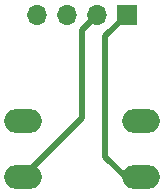
<source format=gbr>
%TF.GenerationSoftware,KiCad,Pcbnew,8.0.3*%
%TF.CreationDate,2024-06-08T15:38:27+12:00*%
%TF.ProjectId,toggle_switch_breakout,746f6767-6c65-45f7-9377-697463685f62,0.1.1*%
%TF.SameCoordinates,Original*%
%TF.FileFunction,Copper,L1,Top*%
%TF.FilePolarity,Positive*%
%FSLAX46Y46*%
G04 Gerber Fmt 4.6, Leading zero omitted, Abs format (unit mm)*
G04 Created by KiCad (PCBNEW 8.0.3) date 2024-06-08 15:38:27*
%MOMM*%
%LPD*%
G01*
G04 APERTURE LIST*
%TA.AperFunction,ComponentPad*%
%ADD10O,3.200000X2.000000*%
%TD*%
%TA.AperFunction,ComponentPad*%
%ADD11R,1.700000X1.700000*%
%TD*%
%TA.AperFunction,ComponentPad*%
%ADD12O,1.700000X1.700000*%
%TD*%
%TA.AperFunction,Conductor*%
%ADD13C,0.500000*%
%TD*%
G04 APERTURE END LIST*
D10*
%TO.P,SW2,1,A*%
%TO.N,/COMMON*%
X110000000Y-63100000D03*
%TO.P,SW2,2,B*%
%TO.N,/SW_2*%
X110000000Y-67800000D03*
%TD*%
%TO.P,SW1,1,A*%
%TO.N,/COMMON*%
X100000000Y-63100000D03*
%TO.P,SW1,2,B*%
%TO.N,/SW_1*%
X100000000Y-67800000D03*
%TD*%
D11*
%TO.P,J1,1,Pin_1*%
%TO.N,/SW_2*%
X108800000Y-54100000D03*
D12*
%TO.P,J1,2,Pin_2*%
%TO.N,/SW_1*%
X106260000Y-54100000D03*
%TO.P,J1,3,Pin_3*%
%TO.N,unconnected-(J1-Pin_3-Pad3)*%
X103720000Y-54100000D03*
%TO.P,J1,4,Pin_4*%
%TO.N,/COMMON*%
X101180000Y-54100000D03*
%TD*%
D13*
%TO.N,/SW_1*%
X105000000Y-55360000D02*
X105000000Y-62800000D01*
X106260000Y-54100000D02*
X105000000Y-55360000D01*
X105000000Y-62800000D02*
X100000000Y-67800000D01*
%TO.N,/SW_2*%
X108800000Y-54100000D02*
X107000000Y-55900000D01*
X107000000Y-55900000D02*
X107000000Y-66100000D01*
X108700000Y-67800000D02*
X110000000Y-67800000D01*
X107000000Y-66100000D02*
X108700000Y-67800000D01*
%TD*%
M02*

</source>
